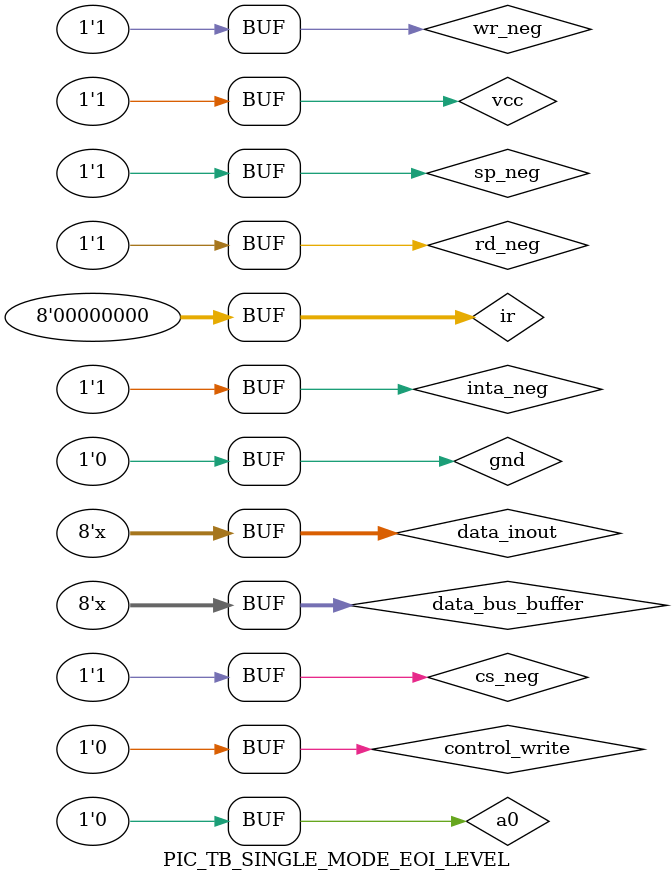
<source format=v>
module PIC_TB_SINGLE_MODE_EOI_LEVEL;
  // This Test bench tests the following:
  // Level Triggering
  // automatic rotation in eoi
  // Specific Rotation
  // EOI 
  reg cs_neg;
  reg rd_neg;
  reg wr_neg;
  reg a0;
  reg sp_neg;
  reg inta_neg;
  reg vcc;
  reg gnd;
  reg [0:7] ir;
  wire [0:7] data_inout;
  wire [0:2] cas;
  wire interrupt_flag;

  PIC_8259A pic(
    cs_neg,
    rd_neg,
    wr_neg,
    a0,
    sp_neg,
    inta_neg,
    vcc,
    gnd,
    ir,
    data_inout,
    cas,
    interrupt_flag
  );

  reg [0:7]data_bus_buffer;
  reg control_write=0;
  assign data_inout=data_bus_buffer;

  initial begin
    //intialize all
    data_bus_buffer=8'bzzzzzzzz;
    cs_neg=1;
    wr_neg=1;
    rd_neg=1;
    a0=0;
    sp_neg=1;
    inta_neg=1;
    vcc=1;
    gnd=0;
    ir=0;

    //ICW1
    #10
    data_bus_buffer=8'b11011000;
    wr_neg=0;
    cs_neg=0;
    a0=0;

    #10
    data_bus_buffer=8'bzzzzzzzz;
    cs_neg=1;
    wr_neg=1;
    
    //ICW2
    #10
    data_bus_buffer=8'b00010111;
    a0=1;
    wr_neg=0;
    cs_neg=0;

    #10
    data_bus_buffer=8'bzzzzzzzz;
    cs_neg=1;
    wr_neg=1;

    //ICW4
    #10
    data_bus_buffer=8'b10000000;
    a0=1;
    wr_neg=0;
    cs_neg=0;

    #10
    data_bus_buffer=8'bzzzzzzzz;
    cs_neg=1;
    wr_neg=1;

    //IRR of 0 active
    #10
    ir=8'b10000000;

    //first pulse of first interrupt
    #10;
    inta_neg=0;
    #10;
    inta_neg=1;
    
    //second pulse of first interrupt
    #10;
    inta_neg=0;
    #10;
    inta_neg=1;

    //disable ir0 because of level
    #10
    ir=0;

    //send non-specific eoi
    //OCW2
    #10
    data_bus_buffer=8'b00000100;
    a0=0;
    wr_neg=0;
    cs_neg=0;

    #10
    data_bus_buffer=8'bzzzzzzzz;
    cs_neg=1;
    wr_neg=1;

    
    //IRR of 1 active
    #10
    ir=8'b01000000;

    //first pulse of second interrupt
    #10;
    inta_neg=0;
    #10;
    inta_neg=1;

    //second pulse of second interrupt
    #10;
    inta_neg=0;
    #10;
    inta_neg=1;

    //disable ir1 because of level
    #10
    ir=0;

    //send specific eoi
    //OCW2
    #10
    data_bus_buffer=8'b10000110;
    a0=0;
    wr_neg=0;
    cs_neg=0;

    #10
    data_bus_buffer=8'bzzzzzzzz;
    cs_neg=1;
    wr_neg=1;

    

    //IRR of 0 active
    #10
    ir=8'b11000000;

    //first pulse of third interrupt
    #10;
    inta_neg=0;
    #10;
    inta_neg=1;

    //second pulse of third interrupt
    #10;
    inta_neg=0;
    #10;
    inta_neg=1;

    //send rotate non-specific
    //OCW2
    #10
    data_bus_buffer=8'b00000101;
    a0=0;
    wr_neg=0;
    cs_neg=0;

    #10
    data_bus_buffer=8'bzzzzzzzz;
    cs_neg=1;
    wr_neg=1;

    //first pulse of fourth interrupt (will choose ir 1 because of 0 was rotated)
    #10;
    inta_neg=0;
    #10;
    inta_neg=1;

    //second pulse of fourth interrupt 
    #10;
    inta_neg=0;
    #10;
    inta_neg=1;

    //send rotate specific
    //OCW2
    #10
    data_bus_buffer=8'b10000111;
    a0=0;
    wr_neg=0;
    cs_neg=0;

    #10
    data_bus_buffer=8'bzzzzzzzz;
    cs_neg=1;
    wr_neg=1;

    //first pulse of fifth interrupt (will be again ir 0)
    #10;
    inta_neg=0;
    #10;
    inta_neg=1;

    //second pulse of fifth interrupt
    #10;
    inta_neg=0;
    #10;
    inta_neg=1;

    //disable ir
    #10
    ir=0;

    //send non specific
    //OCW2
    #10
    data_bus_buffer=8'b00000100;
    a0=0;
    wr_neg=0;
    cs_neg=0;

    #10
    data_bus_buffer=8'bzzzzzzzz;
    cs_neg=1;
    wr_neg=1;

  end
endmodule
</source>
